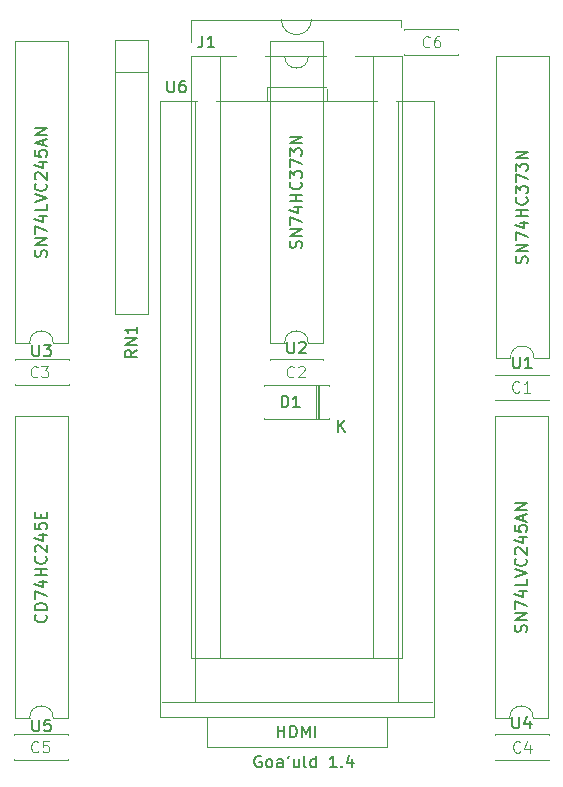
<source format=gto>
G04 #@! TF.GenerationSoftware,KiCad,Pcbnew,(6.0.9)*
G04 #@! TF.CreationDate,2024-10-17T20:50:55+02:00*
G04 #@! TF.ProjectId,Sombrero_MSX_Goa'uld,536f6d62-7265-4726-9f5f-4d53585f476f,rev?*
G04 #@! TF.SameCoordinates,Original*
G04 #@! TF.FileFunction,Legend,Top*
G04 #@! TF.FilePolarity,Positive*
%FSLAX46Y46*%
G04 Gerber Fmt 4.6, Leading zero omitted, Abs format (unit mm)*
G04 Created by KiCad (PCBNEW (6.0.9)) date 2024-10-17 20:50:55*
%MOMM*%
%LPD*%
G01*
G04 APERTURE LIST*
%ADD10C,0.150000*%
%ADD11C,0.120000*%
%ADD12C,0.096520*%
%ADD13C,0.100000*%
%ADD14R,2.400000X1.600000*%
%ADD15O,2.400000X1.600000*%
%ADD16C,1.600000*%
%ADD17R,1.600000X1.600000*%
%ADD18O,1.600000X1.600000*%
%ADD19R,2.200000X2.200000*%
%ADD20O,2.200000X2.200000*%
G04 APERTURE END LIST*
D10*
X145724761Y-132532380D02*
X145724761Y-131532380D01*
X145724761Y-132008571D02*
X146296190Y-132008571D01*
X146296190Y-132532380D02*
X146296190Y-131532380D01*
X146772380Y-132532380D02*
X146772380Y-131532380D01*
X147010476Y-131532380D01*
X147153333Y-131580000D01*
X147248571Y-131675238D01*
X147296190Y-131770476D01*
X147343809Y-131960952D01*
X147343809Y-132103809D01*
X147296190Y-132294285D01*
X147248571Y-132389523D01*
X147153333Y-132484761D01*
X147010476Y-132532380D01*
X146772380Y-132532380D01*
X147772380Y-132532380D02*
X147772380Y-131532380D01*
X148105714Y-132246666D01*
X148439047Y-131532380D01*
X148439047Y-132532380D01*
X148915238Y-132532380D02*
X148915238Y-131532380D01*
X144335952Y-134120000D02*
X144240714Y-134072380D01*
X144097857Y-134072380D01*
X143955000Y-134120000D01*
X143859761Y-134215238D01*
X143812142Y-134310476D01*
X143764523Y-134500952D01*
X143764523Y-134643809D01*
X143812142Y-134834285D01*
X143859761Y-134929523D01*
X143955000Y-135024761D01*
X144097857Y-135072380D01*
X144193095Y-135072380D01*
X144335952Y-135024761D01*
X144383571Y-134977142D01*
X144383571Y-134643809D01*
X144193095Y-134643809D01*
X144955000Y-135072380D02*
X144859761Y-135024761D01*
X144812142Y-134977142D01*
X144764523Y-134881904D01*
X144764523Y-134596190D01*
X144812142Y-134500952D01*
X144859761Y-134453333D01*
X144955000Y-134405714D01*
X145097857Y-134405714D01*
X145193095Y-134453333D01*
X145240714Y-134500952D01*
X145288333Y-134596190D01*
X145288333Y-134881904D01*
X145240714Y-134977142D01*
X145193095Y-135024761D01*
X145097857Y-135072380D01*
X144955000Y-135072380D01*
X146145476Y-135072380D02*
X146145476Y-134548571D01*
X146097857Y-134453333D01*
X146002619Y-134405714D01*
X145812142Y-134405714D01*
X145716904Y-134453333D01*
X146145476Y-135024761D02*
X146050238Y-135072380D01*
X145812142Y-135072380D01*
X145716904Y-135024761D01*
X145669285Y-134929523D01*
X145669285Y-134834285D01*
X145716904Y-134739047D01*
X145812142Y-134691428D01*
X146050238Y-134691428D01*
X146145476Y-134643809D01*
X146669285Y-134072380D02*
X146574047Y-134262857D01*
X147526428Y-134405714D02*
X147526428Y-135072380D01*
X147097857Y-134405714D02*
X147097857Y-134929523D01*
X147145476Y-135024761D01*
X147240714Y-135072380D01*
X147383571Y-135072380D01*
X147478809Y-135024761D01*
X147526428Y-134977142D01*
X148145476Y-135072380D02*
X148050238Y-135024761D01*
X148002619Y-134929523D01*
X148002619Y-134072380D01*
X148955000Y-135072380D02*
X148955000Y-134072380D01*
X148955000Y-135024761D02*
X148859761Y-135072380D01*
X148669285Y-135072380D01*
X148574047Y-135024761D01*
X148526428Y-134977142D01*
X148478809Y-134881904D01*
X148478809Y-134596190D01*
X148526428Y-134500952D01*
X148574047Y-134453333D01*
X148669285Y-134405714D01*
X148859761Y-134405714D01*
X148955000Y-134453333D01*
X150716904Y-135072380D02*
X150145476Y-135072380D01*
X150431190Y-135072380D02*
X150431190Y-134072380D01*
X150335952Y-134215238D01*
X150240714Y-134310476D01*
X150145476Y-134358095D01*
X151145476Y-134977142D02*
X151193095Y-135024761D01*
X151145476Y-135072380D01*
X151097857Y-135024761D01*
X151145476Y-134977142D01*
X151145476Y-135072380D01*
X152050238Y-134405714D02*
X152050238Y-135072380D01*
X151812142Y-134024761D02*
X151574047Y-134739047D01*
X152193095Y-134739047D01*
D11*
X138430000Y-71755000D02*
X138430000Y-73660000D01*
X138430000Y-71755000D02*
X156210000Y-71755000D01*
X146050000Y-71755000D02*
G75*
G03*
X148590000Y-71755000I1270000J0D01*
G01*
X156210000Y-71755000D02*
X156210000Y-72390000D01*
D10*
X165673095Y-100300380D02*
X165673095Y-101109904D01*
X165720714Y-101205142D01*
X165768333Y-101252761D01*
X165863571Y-101300380D01*
X166054047Y-101300380D01*
X166149285Y-101252761D01*
X166196904Y-101205142D01*
X166244523Y-101109904D01*
X166244523Y-100300380D01*
X167244523Y-101300380D02*
X166673095Y-101300380D01*
X166958809Y-101300380D02*
X166958809Y-100300380D01*
X166863571Y-100443238D01*
X166768333Y-100538476D01*
X166673095Y-100586095D01*
X166839761Y-92378095D02*
X166887380Y-92235238D01*
X166887380Y-91997142D01*
X166839761Y-91901904D01*
X166792142Y-91854285D01*
X166696904Y-91806666D01*
X166601666Y-91806666D01*
X166506428Y-91854285D01*
X166458809Y-91901904D01*
X166411190Y-91997142D01*
X166363571Y-92187619D01*
X166315952Y-92282857D01*
X166268333Y-92330476D01*
X166173095Y-92378095D01*
X166077857Y-92378095D01*
X165982619Y-92330476D01*
X165935000Y-92282857D01*
X165887380Y-92187619D01*
X165887380Y-91949523D01*
X165935000Y-91806666D01*
X166887380Y-91378095D02*
X165887380Y-91378095D01*
X166887380Y-90806666D01*
X165887380Y-90806666D01*
X165887380Y-90425714D02*
X165887380Y-89759047D01*
X166887380Y-90187619D01*
X166220714Y-88949523D02*
X166887380Y-88949523D01*
X165839761Y-89187619D02*
X166554047Y-89425714D01*
X166554047Y-88806666D01*
X166887380Y-88425714D02*
X165887380Y-88425714D01*
X166363571Y-88425714D02*
X166363571Y-87854285D01*
X166887380Y-87854285D02*
X165887380Y-87854285D01*
X166792142Y-86806666D02*
X166839761Y-86854285D01*
X166887380Y-86997142D01*
X166887380Y-87092380D01*
X166839761Y-87235238D01*
X166744523Y-87330476D01*
X166649285Y-87378095D01*
X166458809Y-87425714D01*
X166315952Y-87425714D01*
X166125476Y-87378095D01*
X166030238Y-87330476D01*
X165935000Y-87235238D01*
X165887380Y-87092380D01*
X165887380Y-86997142D01*
X165935000Y-86854285D01*
X165982619Y-86806666D01*
X165887380Y-86473333D02*
X165887380Y-85854285D01*
X166268333Y-86187619D01*
X166268333Y-86044761D01*
X166315952Y-85949523D01*
X166363571Y-85901904D01*
X166458809Y-85854285D01*
X166696904Y-85854285D01*
X166792142Y-85901904D01*
X166839761Y-85949523D01*
X166887380Y-86044761D01*
X166887380Y-86330476D01*
X166839761Y-86425714D01*
X166792142Y-86473333D01*
X165887380Y-85520952D02*
X165887380Y-84854285D01*
X166887380Y-85282857D01*
X165887380Y-84568571D02*
X165887380Y-83949523D01*
X166268333Y-84282857D01*
X166268333Y-84140000D01*
X166315952Y-84044761D01*
X166363571Y-83997142D01*
X166458809Y-83949523D01*
X166696904Y-83949523D01*
X166792142Y-83997142D01*
X166839761Y-84044761D01*
X166887380Y-84140000D01*
X166887380Y-84425714D01*
X166839761Y-84520952D01*
X166792142Y-84568571D01*
X166887380Y-83520952D02*
X165887380Y-83520952D01*
X166887380Y-82949523D01*
X165887380Y-82949523D01*
X136398095Y-76922380D02*
X136398095Y-77731904D01*
X136445714Y-77827142D01*
X136493333Y-77874761D01*
X136588571Y-77922380D01*
X136779047Y-77922380D01*
X136874285Y-77874761D01*
X136921904Y-77827142D01*
X136969523Y-77731904D01*
X136969523Y-76922380D01*
X137874285Y-76922380D02*
X137683809Y-76922380D01*
X137588571Y-76970000D01*
X137540952Y-77017619D01*
X137445714Y-77160476D01*
X137398095Y-77350952D01*
X137398095Y-77731904D01*
X137445714Y-77827142D01*
X137493333Y-77874761D01*
X137588571Y-77922380D01*
X137779047Y-77922380D01*
X137874285Y-77874761D01*
X137921904Y-77827142D01*
X137969523Y-77731904D01*
X137969523Y-77493809D01*
X137921904Y-77398571D01*
X137874285Y-77350952D01*
X137779047Y-77303333D01*
X137588571Y-77303333D01*
X137493333Y-77350952D01*
X137445714Y-77398571D01*
X137398095Y-77493809D01*
X124968095Y-131024380D02*
X124968095Y-131833904D01*
X125015714Y-131929142D01*
X125063333Y-131976761D01*
X125158571Y-132024380D01*
X125349047Y-132024380D01*
X125444285Y-131976761D01*
X125491904Y-131929142D01*
X125539523Y-131833904D01*
X125539523Y-131024380D01*
X126491904Y-131024380D02*
X126015714Y-131024380D01*
X125968095Y-131500571D01*
X126015714Y-131452952D01*
X126110952Y-131405333D01*
X126349047Y-131405333D01*
X126444285Y-131452952D01*
X126491904Y-131500571D01*
X126539523Y-131595809D01*
X126539523Y-131833904D01*
X126491904Y-131929142D01*
X126444285Y-131976761D01*
X126349047Y-132024380D01*
X126110952Y-132024380D01*
X126015714Y-131976761D01*
X125968095Y-131929142D01*
X126087142Y-122157619D02*
X126134761Y-122205238D01*
X126182380Y-122348095D01*
X126182380Y-122443333D01*
X126134761Y-122586190D01*
X126039523Y-122681428D01*
X125944285Y-122729047D01*
X125753809Y-122776666D01*
X125610952Y-122776666D01*
X125420476Y-122729047D01*
X125325238Y-122681428D01*
X125230000Y-122586190D01*
X125182380Y-122443333D01*
X125182380Y-122348095D01*
X125230000Y-122205238D01*
X125277619Y-122157619D01*
X126182380Y-121729047D02*
X125182380Y-121729047D01*
X125182380Y-121490952D01*
X125230000Y-121348095D01*
X125325238Y-121252857D01*
X125420476Y-121205238D01*
X125610952Y-121157619D01*
X125753809Y-121157619D01*
X125944285Y-121205238D01*
X126039523Y-121252857D01*
X126134761Y-121348095D01*
X126182380Y-121490952D01*
X126182380Y-121729047D01*
X125182380Y-120824285D02*
X125182380Y-120157619D01*
X126182380Y-120586190D01*
X125515714Y-119348095D02*
X126182380Y-119348095D01*
X125134761Y-119586190D02*
X125849047Y-119824285D01*
X125849047Y-119205238D01*
X126182380Y-118824285D02*
X125182380Y-118824285D01*
X125658571Y-118824285D02*
X125658571Y-118252857D01*
X126182380Y-118252857D02*
X125182380Y-118252857D01*
X126087142Y-117205238D02*
X126134761Y-117252857D01*
X126182380Y-117395714D01*
X126182380Y-117490952D01*
X126134761Y-117633809D01*
X126039523Y-117729047D01*
X125944285Y-117776666D01*
X125753809Y-117824285D01*
X125610952Y-117824285D01*
X125420476Y-117776666D01*
X125325238Y-117729047D01*
X125230000Y-117633809D01*
X125182380Y-117490952D01*
X125182380Y-117395714D01*
X125230000Y-117252857D01*
X125277619Y-117205238D01*
X125277619Y-116824285D02*
X125230000Y-116776666D01*
X125182380Y-116681428D01*
X125182380Y-116443333D01*
X125230000Y-116348095D01*
X125277619Y-116300476D01*
X125372857Y-116252857D01*
X125468095Y-116252857D01*
X125610952Y-116300476D01*
X126182380Y-116871904D01*
X126182380Y-116252857D01*
X125515714Y-115395714D02*
X126182380Y-115395714D01*
X125134761Y-115633809D02*
X125849047Y-115871904D01*
X125849047Y-115252857D01*
X125182380Y-114395714D02*
X125182380Y-114871904D01*
X125658571Y-114919523D01*
X125610952Y-114871904D01*
X125563333Y-114776666D01*
X125563333Y-114538571D01*
X125610952Y-114443333D01*
X125658571Y-114395714D01*
X125753809Y-114348095D01*
X125991904Y-114348095D01*
X126087142Y-114395714D01*
X126134761Y-114443333D01*
X126182380Y-114538571D01*
X126182380Y-114776666D01*
X126134761Y-114871904D01*
X126087142Y-114919523D01*
X125658571Y-113919523D02*
X125658571Y-113586190D01*
X126182380Y-113443333D02*
X126182380Y-113919523D01*
X125182380Y-113919523D01*
X125182380Y-113443333D01*
X124968095Y-99274380D02*
X124968095Y-100083904D01*
X125015714Y-100179142D01*
X125063333Y-100226761D01*
X125158571Y-100274380D01*
X125349047Y-100274380D01*
X125444285Y-100226761D01*
X125491904Y-100179142D01*
X125539523Y-100083904D01*
X125539523Y-99274380D01*
X125920476Y-99274380D02*
X126539523Y-99274380D01*
X126206190Y-99655333D01*
X126349047Y-99655333D01*
X126444285Y-99702952D01*
X126491904Y-99750571D01*
X126539523Y-99845809D01*
X126539523Y-100083904D01*
X126491904Y-100179142D01*
X126444285Y-100226761D01*
X126349047Y-100274380D01*
X126063333Y-100274380D01*
X125968095Y-100226761D01*
X125920476Y-100179142D01*
X126134761Y-91836190D02*
X126182380Y-91693333D01*
X126182380Y-91455238D01*
X126134761Y-91360000D01*
X126087142Y-91312380D01*
X125991904Y-91264761D01*
X125896666Y-91264761D01*
X125801428Y-91312380D01*
X125753809Y-91360000D01*
X125706190Y-91455238D01*
X125658571Y-91645714D01*
X125610952Y-91740952D01*
X125563333Y-91788571D01*
X125468095Y-91836190D01*
X125372857Y-91836190D01*
X125277619Y-91788571D01*
X125230000Y-91740952D01*
X125182380Y-91645714D01*
X125182380Y-91407619D01*
X125230000Y-91264761D01*
X126182380Y-90836190D02*
X125182380Y-90836190D01*
X126182380Y-90264761D01*
X125182380Y-90264761D01*
X125182380Y-89883809D02*
X125182380Y-89217142D01*
X126182380Y-89645714D01*
X125515714Y-88407619D02*
X126182380Y-88407619D01*
X125134761Y-88645714D02*
X125849047Y-88883809D01*
X125849047Y-88264761D01*
X126182380Y-87407619D02*
X126182380Y-87883809D01*
X125182380Y-87883809D01*
X125182380Y-87217142D02*
X126182380Y-86883809D01*
X125182380Y-86550476D01*
X126087142Y-85645714D02*
X126134761Y-85693333D01*
X126182380Y-85836190D01*
X126182380Y-85931428D01*
X126134761Y-86074285D01*
X126039523Y-86169523D01*
X125944285Y-86217142D01*
X125753809Y-86264761D01*
X125610952Y-86264761D01*
X125420476Y-86217142D01*
X125325238Y-86169523D01*
X125230000Y-86074285D01*
X125182380Y-85931428D01*
X125182380Y-85836190D01*
X125230000Y-85693333D01*
X125277619Y-85645714D01*
X125277619Y-85264761D02*
X125230000Y-85217142D01*
X125182380Y-85121904D01*
X125182380Y-84883809D01*
X125230000Y-84788571D01*
X125277619Y-84740952D01*
X125372857Y-84693333D01*
X125468095Y-84693333D01*
X125610952Y-84740952D01*
X126182380Y-85312380D01*
X126182380Y-84693333D01*
X125515714Y-83836190D02*
X126182380Y-83836190D01*
X125134761Y-84074285D02*
X125849047Y-84312380D01*
X125849047Y-83693333D01*
X125182380Y-82836190D02*
X125182380Y-83312380D01*
X125658571Y-83360000D01*
X125610952Y-83312380D01*
X125563333Y-83217142D01*
X125563333Y-82979047D01*
X125610952Y-82883809D01*
X125658571Y-82836190D01*
X125753809Y-82788571D01*
X125991904Y-82788571D01*
X126087142Y-82836190D01*
X126134761Y-82883809D01*
X126182380Y-82979047D01*
X126182380Y-83217142D01*
X126134761Y-83312380D01*
X126087142Y-83360000D01*
X125896666Y-82407619D02*
X125896666Y-81931428D01*
X126182380Y-82502857D02*
X125182380Y-82169523D01*
X126182380Y-81836190D01*
X126182380Y-81502857D02*
X125182380Y-81502857D01*
X126182380Y-80931428D01*
X125182380Y-80931428D01*
D12*
X166263090Y-133725114D02*
X166217128Y-133771076D01*
X166079242Y-133817038D01*
X165987318Y-133817038D01*
X165849433Y-133771076D01*
X165757509Y-133679152D01*
X165711547Y-133587228D01*
X165665585Y-133403380D01*
X165665585Y-133265495D01*
X165711547Y-133081647D01*
X165757509Y-132989723D01*
X165849433Y-132897800D01*
X165987318Y-132851838D01*
X166079242Y-132851838D01*
X166217128Y-132897800D01*
X166263090Y-132943761D01*
X167090404Y-133173571D02*
X167090404Y-133817038D01*
X166860595Y-132805876D02*
X166630785Y-133495304D01*
X167228290Y-133495304D01*
D10*
X165608095Y-130775380D02*
X165608095Y-131584904D01*
X165655714Y-131680142D01*
X165703333Y-131727761D01*
X165798571Y-131775380D01*
X165989047Y-131775380D01*
X166084285Y-131727761D01*
X166131904Y-131680142D01*
X166179523Y-131584904D01*
X166179523Y-130775380D01*
X167084285Y-131108714D02*
X167084285Y-131775380D01*
X166846190Y-130727761D02*
X166608095Y-131442047D01*
X167227142Y-131442047D01*
X166774761Y-123591190D02*
X166822380Y-123448333D01*
X166822380Y-123210238D01*
X166774761Y-123115000D01*
X166727142Y-123067380D01*
X166631904Y-123019761D01*
X166536666Y-123019761D01*
X166441428Y-123067380D01*
X166393809Y-123115000D01*
X166346190Y-123210238D01*
X166298571Y-123400714D01*
X166250952Y-123495952D01*
X166203333Y-123543571D01*
X166108095Y-123591190D01*
X166012857Y-123591190D01*
X165917619Y-123543571D01*
X165870000Y-123495952D01*
X165822380Y-123400714D01*
X165822380Y-123162619D01*
X165870000Y-123019761D01*
X166822380Y-122591190D02*
X165822380Y-122591190D01*
X166822380Y-122019761D01*
X165822380Y-122019761D01*
X165822380Y-121638809D02*
X165822380Y-120972142D01*
X166822380Y-121400714D01*
X166155714Y-120162619D02*
X166822380Y-120162619D01*
X165774761Y-120400714D02*
X166489047Y-120638809D01*
X166489047Y-120019761D01*
X166822380Y-119162619D02*
X166822380Y-119638809D01*
X165822380Y-119638809D01*
X165822380Y-118972142D02*
X166822380Y-118638809D01*
X165822380Y-118305476D01*
X166727142Y-117400714D02*
X166774761Y-117448333D01*
X166822380Y-117591190D01*
X166822380Y-117686428D01*
X166774761Y-117829285D01*
X166679523Y-117924523D01*
X166584285Y-117972142D01*
X166393809Y-118019761D01*
X166250952Y-118019761D01*
X166060476Y-117972142D01*
X165965238Y-117924523D01*
X165870000Y-117829285D01*
X165822380Y-117686428D01*
X165822380Y-117591190D01*
X165870000Y-117448333D01*
X165917619Y-117400714D01*
X165917619Y-117019761D02*
X165870000Y-116972142D01*
X165822380Y-116876904D01*
X165822380Y-116638809D01*
X165870000Y-116543571D01*
X165917619Y-116495952D01*
X166012857Y-116448333D01*
X166108095Y-116448333D01*
X166250952Y-116495952D01*
X166822380Y-117067380D01*
X166822380Y-116448333D01*
X166155714Y-115591190D02*
X166822380Y-115591190D01*
X165774761Y-115829285D02*
X166489047Y-116067380D01*
X166489047Y-115448333D01*
X165822380Y-114591190D02*
X165822380Y-115067380D01*
X166298571Y-115115000D01*
X166250952Y-115067380D01*
X166203333Y-114972142D01*
X166203333Y-114734047D01*
X166250952Y-114638809D01*
X166298571Y-114591190D01*
X166393809Y-114543571D01*
X166631904Y-114543571D01*
X166727142Y-114591190D01*
X166774761Y-114638809D01*
X166822380Y-114734047D01*
X166822380Y-114972142D01*
X166774761Y-115067380D01*
X166727142Y-115115000D01*
X166536666Y-114162619D02*
X166536666Y-113686428D01*
X166822380Y-114257857D02*
X165822380Y-113924523D01*
X166822380Y-113591190D01*
X166822380Y-113257857D02*
X165822380Y-113257857D01*
X166822380Y-112686428D01*
X165822380Y-112686428D01*
D12*
X158600176Y-74030114D02*
X158554214Y-74076076D01*
X158416328Y-74122038D01*
X158324404Y-74122038D01*
X158186519Y-74076076D01*
X158094595Y-73984152D01*
X158048633Y-73892228D01*
X158002671Y-73708380D01*
X158002671Y-73570495D01*
X158048633Y-73386647D01*
X158094595Y-73294723D01*
X158186519Y-73202800D01*
X158324404Y-73156838D01*
X158416328Y-73156838D01*
X158554214Y-73202800D01*
X158600176Y-73248761D01*
X159427490Y-73156838D02*
X159243642Y-73156838D01*
X159151719Y-73202800D01*
X159105757Y-73248761D01*
X159013833Y-73386647D01*
X158967871Y-73570495D01*
X158967871Y-73938190D01*
X159013833Y-74030114D01*
X159059795Y-74076076D01*
X159151719Y-74122038D01*
X159335566Y-74122038D01*
X159427490Y-74076076D01*
X159473452Y-74030114D01*
X159519414Y-73938190D01*
X159519414Y-73708380D01*
X159473452Y-73616457D01*
X159427490Y-73570495D01*
X159335566Y-73524533D01*
X159151719Y-73524533D01*
X159059795Y-73570495D01*
X159013833Y-73616457D01*
X158967871Y-73708380D01*
D10*
X133802380Y-99750476D02*
X133326190Y-100083809D01*
X133802380Y-100321904D02*
X132802380Y-100321904D01*
X132802380Y-99940952D01*
X132850000Y-99845714D01*
X132897619Y-99798095D01*
X132992857Y-99750476D01*
X133135714Y-99750476D01*
X133230952Y-99798095D01*
X133278571Y-99845714D01*
X133326190Y-99940952D01*
X133326190Y-100321904D01*
X133802380Y-99321904D02*
X132802380Y-99321904D01*
X133802380Y-98750476D01*
X132802380Y-98750476D01*
X133802380Y-97750476D02*
X133802380Y-98321904D01*
X133802380Y-98036190D02*
X132802380Y-98036190D01*
X132945238Y-98131428D01*
X133040476Y-98226666D01*
X133088095Y-98321904D01*
X146073904Y-104592380D02*
X146073904Y-103592380D01*
X146312000Y-103592380D01*
X146454857Y-103640000D01*
X146550095Y-103735238D01*
X146597714Y-103830476D01*
X146645333Y-104020952D01*
X146645333Y-104163809D01*
X146597714Y-104354285D01*
X146550095Y-104449523D01*
X146454857Y-104544761D01*
X146312000Y-104592380D01*
X146073904Y-104592380D01*
X147597714Y-104592380D02*
X147026285Y-104592380D01*
X147312000Y-104592380D02*
X147312000Y-103592380D01*
X147216761Y-103735238D01*
X147121523Y-103830476D01*
X147026285Y-103878095D01*
X150868095Y-106692380D02*
X150868095Y-105692380D01*
X151439523Y-106692380D02*
X151010952Y-106120952D01*
X151439523Y-105692380D02*
X150868095Y-106263809D01*
D12*
X125473496Y-133720114D02*
X125427534Y-133766076D01*
X125289648Y-133812038D01*
X125197724Y-133812038D01*
X125059839Y-133766076D01*
X124967915Y-133674152D01*
X124921953Y-133582228D01*
X124875991Y-133398380D01*
X124875991Y-133260495D01*
X124921953Y-133076647D01*
X124967915Y-132984723D01*
X125059839Y-132892800D01*
X125197724Y-132846838D01*
X125289648Y-132846838D01*
X125427534Y-132892800D01*
X125473496Y-132938761D01*
X126346772Y-132846838D02*
X125887153Y-132846838D01*
X125841191Y-133306457D01*
X125887153Y-133260495D01*
X125979077Y-133214533D01*
X126208886Y-133214533D01*
X126300810Y-133260495D01*
X126346772Y-133306457D01*
X126392734Y-133398380D01*
X126392734Y-133628190D01*
X126346772Y-133720114D01*
X126300810Y-133766076D01*
X126208886Y-133812038D01*
X125979077Y-133812038D01*
X125887153Y-133766076D01*
X125841191Y-133720114D01*
X125406176Y-101970114D02*
X125360214Y-102016076D01*
X125222328Y-102062038D01*
X125130404Y-102062038D01*
X124992519Y-102016076D01*
X124900595Y-101924152D01*
X124854633Y-101832228D01*
X124808671Y-101648380D01*
X124808671Y-101510495D01*
X124854633Y-101326647D01*
X124900595Y-101234723D01*
X124992519Y-101142800D01*
X125130404Y-101096838D01*
X125222328Y-101096838D01*
X125360214Y-101142800D01*
X125406176Y-101188761D01*
X125727909Y-101096838D02*
X126325414Y-101096838D01*
X126003681Y-101464533D01*
X126141566Y-101464533D01*
X126233490Y-101510495D01*
X126279452Y-101556457D01*
X126325414Y-101648380D01*
X126325414Y-101878190D01*
X126279452Y-101970114D01*
X126233490Y-102016076D01*
X126141566Y-102062038D01*
X125865795Y-102062038D01*
X125773871Y-102016076D01*
X125727909Y-101970114D01*
D10*
X139366666Y-73112380D02*
X139366666Y-73826666D01*
X139319047Y-73969523D01*
X139223809Y-74064761D01*
X139080952Y-74112380D01*
X138985714Y-74112380D01*
X140366666Y-74112380D02*
X139795238Y-74112380D01*
X140080952Y-74112380D02*
X140080952Y-73112380D01*
X139985714Y-73255238D01*
X139890476Y-73350476D01*
X139795238Y-73398095D01*
D12*
X166188496Y-103245114D02*
X166142534Y-103291076D01*
X166004648Y-103337038D01*
X165912724Y-103337038D01*
X165774839Y-103291076D01*
X165682915Y-103199152D01*
X165636953Y-103107228D01*
X165590991Y-102923380D01*
X165590991Y-102785495D01*
X165636953Y-102601647D01*
X165682915Y-102509723D01*
X165774839Y-102417800D01*
X165912724Y-102371838D01*
X166004648Y-102371838D01*
X166142534Y-102417800D01*
X166188496Y-102463761D01*
X167107734Y-103337038D02*
X166556191Y-103337038D01*
X166831962Y-103337038D02*
X166831962Y-102371838D01*
X166740039Y-102509723D01*
X166648115Y-102601647D01*
X166556191Y-102647609D01*
X147103496Y-101970114D02*
X147057534Y-102016076D01*
X146919648Y-102062038D01*
X146827724Y-102062038D01*
X146689839Y-102016076D01*
X146597915Y-101924152D01*
X146551953Y-101832228D01*
X146505991Y-101648380D01*
X146505991Y-101510495D01*
X146551953Y-101326647D01*
X146597915Y-101234723D01*
X146689839Y-101142800D01*
X146827724Y-101096838D01*
X146919648Y-101096838D01*
X147057534Y-101142800D01*
X147103496Y-101188761D01*
X147471191Y-101188761D02*
X147517153Y-101142800D01*
X147609077Y-101096838D01*
X147838886Y-101096838D01*
X147930810Y-101142800D01*
X147976772Y-101188761D01*
X148022734Y-101280685D01*
X148022734Y-101372609D01*
X147976772Y-101510495D01*
X147425229Y-102062038D01*
X148022734Y-102062038D01*
D10*
X146558095Y-99020380D02*
X146558095Y-99829904D01*
X146605714Y-99925142D01*
X146653333Y-99972761D01*
X146748571Y-100020380D01*
X146939047Y-100020380D01*
X147034285Y-99972761D01*
X147081904Y-99925142D01*
X147129523Y-99829904D01*
X147129523Y-99020380D01*
X147558095Y-99115619D02*
X147605714Y-99068000D01*
X147700952Y-99020380D01*
X147939047Y-99020380D01*
X148034285Y-99068000D01*
X148081904Y-99115619D01*
X148129523Y-99210857D01*
X148129523Y-99306095D01*
X148081904Y-99448952D01*
X147510476Y-100020380D01*
X148129523Y-100020380D01*
X147724761Y-91098095D02*
X147772380Y-90955238D01*
X147772380Y-90717142D01*
X147724761Y-90621904D01*
X147677142Y-90574285D01*
X147581904Y-90526666D01*
X147486666Y-90526666D01*
X147391428Y-90574285D01*
X147343809Y-90621904D01*
X147296190Y-90717142D01*
X147248571Y-90907619D01*
X147200952Y-91002857D01*
X147153333Y-91050476D01*
X147058095Y-91098095D01*
X146962857Y-91098095D01*
X146867619Y-91050476D01*
X146820000Y-91002857D01*
X146772380Y-90907619D01*
X146772380Y-90669523D01*
X146820000Y-90526666D01*
X147772380Y-90098095D02*
X146772380Y-90098095D01*
X147772380Y-89526666D01*
X146772380Y-89526666D01*
X146772380Y-89145714D02*
X146772380Y-88479047D01*
X147772380Y-88907619D01*
X147105714Y-87669523D02*
X147772380Y-87669523D01*
X146724761Y-87907619D02*
X147439047Y-88145714D01*
X147439047Y-87526666D01*
X147772380Y-87145714D02*
X146772380Y-87145714D01*
X147248571Y-87145714D02*
X147248571Y-86574285D01*
X147772380Y-86574285D02*
X146772380Y-86574285D01*
X147677142Y-85526666D02*
X147724761Y-85574285D01*
X147772380Y-85717142D01*
X147772380Y-85812380D01*
X147724761Y-85955238D01*
X147629523Y-86050476D01*
X147534285Y-86098095D01*
X147343809Y-86145714D01*
X147200952Y-86145714D01*
X147010476Y-86098095D01*
X146915238Y-86050476D01*
X146820000Y-85955238D01*
X146772380Y-85812380D01*
X146772380Y-85717142D01*
X146820000Y-85574285D01*
X146867619Y-85526666D01*
X146772380Y-85193333D02*
X146772380Y-84574285D01*
X147153333Y-84907619D01*
X147153333Y-84764761D01*
X147200952Y-84669523D01*
X147248571Y-84621904D01*
X147343809Y-84574285D01*
X147581904Y-84574285D01*
X147677142Y-84621904D01*
X147724761Y-84669523D01*
X147772380Y-84764761D01*
X147772380Y-85050476D01*
X147724761Y-85145714D01*
X147677142Y-85193333D01*
X146772380Y-84240952D02*
X146772380Y-83574285D01*
X147772380Y-84002857D01*
X146772380Y-83288571D02*
X146772380Y-82669523D01*
X147153333Y-83002857D01*
X147153333Y-82860000D01*
X147200952Y-82764761D01*
X147248571Y-82717142D01*
X147343809Y-82669523D01*
X147581904Y-82669523D01*
X147677142Y-82717142D01*
X147724761Y-82764761D01*
X147772380Y-82860000D01*
X147772380Y-83145714D01*
X147724761Y-83240952D01*
X147677142Y-83288571D01*
X147772380Y-82240952D02*
X146772380Y-82240952D01*
X147772380Y-81669523D01*
X146772380Y-81669523D01*
D11*
X168685000Y-100395000D02*
X168685000Y-74875000D01*
X164185000Y-100395000D02*
X165435000Y-100395000D01*
X164185000Y-74875000D02*
X164185000Y-100395000D01*
X167435000Y-100395000D02*
X168685000Y-100395000D01*
X168685000Y-74875000D02*
X164185000Y-74875000D01*
X167435000Y-100395000D02*
G75*
G03*
X165435000Y-100395000I-1000000J0D01*
G01*
X154955000Y-133345000D02*
X154955000Y-130805000D01*
D13*
X135905000Y-129535000D02*
X158765000Y-129535000D01*
D11*
X138735000Y-78675000D02*
X138735000Y-129535000D01*
X144795000Y-78675000D02*
X144795000Y-77465000D01*
X139715000Y-133345000D02*
X154955000Y-133345000D01*
X144795000Y-77465000D02*
X149875000Y-77465000D01*
X155935000Y-78675000D02*
X150875000Y-78675000D01*
X139715000Y-130805000D02*
X139715000Y-133345000D01*
X135735000Y-130805000D02*
X158935000Y-130805000D01*
X149875000Y-77465000D02*
X149875000Y-78608000D01*
X153685000Y-78675000D02*
X138735000Y-78675000D01*
X135735000Y-78615000D02*
X135735000Y-130805000D01*
X158935000Y-78615000D02*
X135735000Y-78615000D01*
X155935000Y-129535000D02*
X155935000Y-78675000D01*
X158935000Y-130805000D02*
X158935000Y-78615000D01*
X126730000Y-130870000D02*
X127980000Y-130870000D01*
X127980000Y-105350000D02*
X123480000Y-105350000D01*
X127980000Y-130870000D02*
X127980000Y-105350000D01*
X123480000Y-130870000D02*
X124730000Y-130870000D01*
X123480000Y-105350000D02*
X123480000Y-130870000D01*
X126730000Y-130870000D02*
G75*
G03*
X124730000Y-130870000I-1000000J0D01*
G01*
X126730000Y-99120000D02*
X127980000Y-99120000D01*
X127980000Y-99120000D02*
X127980000Y-73600000D01*
X123480000Y-73600000D02*
X123480000Y-99120000D01*
X123480000Y-99120000D02*
X124730000Y-99120000D01*
X127980000Y-73600000D02*
X123480000Y-73600000D01*
X126730000Y-99120000D02*
G75*
G03*
X124730000Y-99120000I-1000000J0D01*
G01*
X164125000Y-132285000D02*
X168665000Y-132285000D01*
X168665000Y-134410000D02*
X168665000Y-134425000D01*
X164125000Y-132285000D02*
X164125000Y-132300000D01*
X168665000Y-132285000D02*
X168665000Y-132300000D01*
X164125000Y-134410000D02*
X164125000Y-134425000D01*
X164125000Y-134425000D02*
X168665000Y-134425000D01*
X168620000Y-130870000D02*
X168620000Y-105350000D01*
X168620000Y-105350000D02*
X164120000Y-105350000D01*
X164120000Y-130870000D02*
X165370000Y-130870000D01*
X164120000Y-105350000D02*
X164120000Y-130870000D01*
X167370000Y-130870000D02*
X168620000Y-130870000D01*
X167370000Y-130870000D02*
G75*
G03*
X165370000Y-130870000I-1000000J0D01*
G01*
X156440000Y-74730000D02*
X160980000Y-74730000D01*
X160980000Y-72590000D02*
X160980000Y-72605000D01*
X156440000Y-74715000D02*
X156440000Y-74730000D01*
X156440000Y-72590000D02*
X160980000Y-72590000D01*
X160980000Y-74715000D02*
X160980000Y-74730000D01*
X156440000Y-72590000D02*
X156440000Y-72605000D01*
X131950000Y-96690000D02*
X134750000Y-96690000D01*
X134750000Y-96690000D02*
X134750000Y-73490000D01*
X134750000Y-73490000D02*
X131950000Y-73490000D01*
X131950000Y-73490000D02*
X131950000Y-96690000D01*
X134750000Y-76200000D02*
X131950000Y-76200000D01*
X150040000Y-102800000D02*
X150040000Y-102670000D01*
X150040000Y-105610000D02*
X144600000Y-105610000D01*
X144600000Y-102670000D02*
X144600000Y-102800000D01*
X150040000Y-102670000D02*
X144600000Y-102670000D01*
X144600000Y-105610000D02*
X144600000Y-105480000D01*
X149140000Y-105610000D02*
X149140000Y-102670000D01*
X149260000Y-105610000D02*
X149260000Y-102670000D01*
X150040000Y-105480000D02*
X150040000Y-105610000D01*
X149020000Y-105610000D02*
X149020000Y-102670000D01*
X123420000Y-132280000D02*
X127960000Y-132280000D01*
X123420000Y-134405000D02*
X123420000Y-134420000D01*
X127960000Y-132280000D02*
X127960000Y-132295000D01*
X123420000Y-132280000D02*
X123420000Y-132295000D01*
X123420000Y-134420000D02*
X127960000Y-134420000D01*
X127960000Y-134405000D02*
X127960000Y-134420000D01*
X128040000Y-100530000D02*
X128040000Y-100545000D01*
X123500000Y-100530000D02*
X123500000Y-100545000D01*
X123500000Y-100530000D02*
X128040000Y-100530000D01*
X123500000Y-102670000D02*
X128040000Y-102670000D01*
X128040000Y-102655000D02*
X128040000Y-102670000D01*
X123500000Y-102655000D02*
X123500000Y-102670000D01*
X140870000Y-125790000D02*
X153790000Y-125790000D01*
X153790000Y-74870000D02*
X148330000Y-74870000D01*
X138380000Y-125850000D02*
X156280000Y-125850000D01*
X138380000Y-74810000D02*
X138380000Y-125850000D01*
X156280000Y-74810000D02*
X138380000Y-74810000D01*
X156280000Y-125850000D02*
X156280000Y-74810000D01*
X153790000Y-125790000D02*
X153790000Y-74870000D01*
X140870000Y-74870000D02*
X140870000Y-125790000D01*
X146330000Y-74870000D02*
X140870000Y-74870000D01*
X146330000Y-74870000D02*
G75*
G03*
X148330000Y-74870000I1000000J0D01*
G01*
X164135000Y-101810000D02*
X168675000Y-101810000D01*
X164135000Y-103935000D02*
X164135000Y-103950000D01*
X168675000Y-101810000D02*
X168675000Y-101825000D01*
X168675000Y-103935000D02*
X168675000Y-103950000D01*
X164135000Y-103950000D02*
X168675000Y-103950000D01*
X164135000Y-101810000D02*
X164135000Y-101825000D01*
X145050000Y-102675000D02*
X149590000Y-102675000D01*
X145050000Y-100535000D02*
X145050000Y-100550000D01*
X149590000Y-102660000D02*
X149590000Y-102675000D01*
X145050000Y-100535000D02*
X149590000Y-100535000D01*
X149590000Y-100535000D02*
X149590000Y-100550000D01*
X145050000Y-102660000D02*
X145050000Y-102675000D01*
X149570000Y-99120000D02*
X149570000Y-73600000D01*
X148320000Y-99120000D02*
X149570000Y-99120000D01*
X149570000Y-73600000D02*
X145070000Y-73600000D01*
X145070000Y-73600000D02*
X145070000Y-99120000D01*
X145070000Y-99120000D02*
X146320000Y-99120000D01*
X148320000Y-99120000D02*
G75*
G03*
X146320000Y-99120000I-1000000J0D01*
G01*
%LPC*%
D14*
X170245000Y-99065000D03*
D15*
X170245000Y-96525000D03*
X170245000Y-93985000D03*
X170245000Y-91445000D03*
X170245000Y-88905000D03*
X170245000Y-86365000D03*
X170245000Y-83825000D03*
X170245000Y-81285000D03*
X170245000Y-78745000D03*
X170245000Y-76205000D03*
X162625000Y-76205000D03*
X162625000Y-78745000D03*
X162625000Y-81285000D03*
X162625000Y-83825000D03*
X162625000Y-86365000D03*
X162625000Y-88905000D03*
X162625000Y-91445000D03*
X162625000Y-93985000D03*
X162625000Y-96525000D03*
X162625000Y-99065000D03*
D14*
X137175000Y-80005000D03*
D15*
X137175000Y-82545000D03*
X137175000Y-85085000D03*
X137175000Y-87625000D03*
X137175000Y-90165000D03*
X137175000Y-92705000D03*
X137175000Y-95245000D03*
X137175000Y-97785000D03*
X137175000Y-100325000D03*
X137175000Y-102865000D03*
X137175000Y-105405000D03*
X137175000Y-107945000D03*
X137175000Y-110485000D03*
X137175000Y-113025000D03*
X137175000Y-115565000D03*
X137175000Y-118105000D03*
X137175000Y-120645000D03*
X137175000Y-123185000D03*
X137175000Y-125725000D03*
X137175000Y-128265000D03*
X157495000Y-128265000D03*
X157495000Y-125725000D03*
X157495000Y-123185000D03*
X157495000Y-120645000D03*
X157495000Y-118105000D03*
X157495000Y-115565000D03*
X157495000Y-113025000D03*
X157495000Y-110485000D03*
X157495000Y-107945000D03*
X157495000Y-105405000D03*
X157495000Y-102865000D03*
X157495000Y-100325000D03*
X157495000Y-97785000D03*
X157495000Y-95245000D03*
X157495000Y-92705000D03*
X157495000Y-90165000D03*
X157495000Y-87625000D03*
X157495000Y-85085000D03*
X157495000Y-82545000D03*
X157495000Y-80005000D03*
D14*
X129540000Y-129540000D03*
D15*
X129540000Y-127000000D03*
X129540000Y-124460000D03*
X129540000Y-121920000D03*
X129540000Y-119380000D03*
X129540000Y-116840000D03*
X129540000Y-114300000D03*
X129540000Y-111760000D03*
X129540000Y-109220000D03*
X129540000Y-106680000D03*
X121920000Y-106680000D03*
X121920000Y-109220000D03*
X121920000Y-111760000D03*
X121920000Y-114300000D03*
X121920000Y-116840000D03*
X121920000Y-119380000D03*
X121920000Y-121920000D03*
X121920000Y-124460000D03*
X121920000Y-127000000D03*
X121920000Y-129540000D03*
D14*
X129540000Y-97790000D03*
D15*
X129540000Y-95250000D03*
X129540000Y-92710000D03*
X129540000Y-90170000D03*
X129540000Y-87630000D03*
X129540000Y-85090000D03*
X129540000Y-82550000D03*
X129540000Y-80010000D03*
X129540000Y-77470000D03*
X129540000Y-74930000D03*
X121920000Y-74930000D03*
X121920000Y-77470000D03*
X121920000Y-80010000D03*
X121920000Y-82550000D03*
X121920000Y-85090000D03*
X121920000Y-87630000D03*
X121920000Y-90170000D03*
X121920000Y-92710000D03*
X121920000Y-95250000D03*
X121920000Y-97790000D03*
D16*
X163895000Y-133355000D03*
X168895000Y-133355000D03*
D14*
X170180000Y-129540000D03*
D15*
X170180000Y-127000000D03*
X170180000Y-124460000D03*
X170180000Y-121920000D03*
X170180000Y-119380000D03*
X170180000Y-116840000D03*
X170180000Y-114300000D03*
X170180000Y-111760000D03*
X170180000Y-109220000D03*
X170180000Y-106680000D03*
X162560000Y-106680000D03*
X162560000Y-109220000D03*
X162560000Y-111760000D03*
X162560000Y-114300000D03*
X162560000Y-116840000D03*
X162560000Y-119380000D03*
X162560000Y-121920000D03*
X162560000Y-124460000D03*
X162560000Y-127000000D03*
X162560000Y-129540000D03*
D16*
X156210000Y-73660000D03*
X161210000Y-73660000D03*
D17*
X133350000Y-74930000D03*
D18*
X133350000Y-77470000D03*
X133350000Y-80010000D03*
X133350000Y-82550000D03*
X133350000Y-85090000D03*
X133350000Y-87630000D03*
X133350000Y-90170000D03*
X133350000Y-92710000D03*
X133350000Y-95250000D03*
D19*
X151130000Y-104140000D03*
D20*
X143510000Y-104140000D03*
D16*
X123190000Y-133350000D03*
X128190000Y-133350000D03*
X123270000Y-101600000D03*
X128270000Y-101600000D03*
D17*
X139710000Y-76200000D03*
D18*
X139710000Y-78740000D03*
X139710000Y-81280000D03*
X139710000Y-83820000D03*
X139710000Y-86360000D03*
X139710000Y-88900000D03*
X139710000Y-91440000D03*
X139710000Y-93980000D03*
X139710000Y-96520000D03*
X139710000Y-99060000D03*
X139710000Y-101600000D03*
X139710000Y-104140000D03*
X139710000Y-106680000D03*
X139710000Y-109220000D03*
X139710000Y-111760000D03*
X139710000Y-114300000D03*
X139710000Y-116840000D03*
X139710000Y-119380000D03*
X139710000Y-121920000D03*
X139710000Y-124460000D03*
X154950000Y-124460000D03*
X154950000Y-121920000D03*
X154950000Y-119380000D03*
X154950000Y-116840000D03*
X154950000Y-114300000D03*
X154950000Y-111760000D03*
X154950000Y-109220000D03*
X154950000Y-106680000D03*
X154950000Y-104140000D03*
X154950000Y-101600000D03*
X154950000Y-99060000D03*
X154950000Y-96520000D03*
X154950000Y-93980000D03*
X154950000Y-91440000D03*
X154950000Y-88900000D03*
X154950000Y-86360000D03*
X154950000Y-83820000D03*
X154950000Y-81280000D03*
X154950000Y-78740000D03*
X154950000Y-76200000D03*
D16*
X163905000Y-102880000D03*
X168905000Y-102880000D03*
X144820000Y-101605000D03*
X149820000Y-101605000D03*
D14*
X151130000Y-97790000D03*
D15*
X151130000Y-95250000D03*
X151130000Y-92710000D03*
X151130000Y-90170000D03*
X151130000Y-87630000D03*
X151130000Y-85090000D03*
X151130000Y-82550000D03*
X151130000Y-80010000D03*
X151130000Y-77470000D03*
X151130000Y-74930000D03*
X143510000Y-74930000D03*
X143510000Y-77470000D03*
X143510000Y-80010000D03*
X143510000Y-82550000D03*
X143510000Y-85090000D03*
X143510000Y-87630000D03*
X143510000Y-90170000D03*
X143510000Y-92710000D03*
X143510000Y-95250000D03*
X143510000Y-97790000D03*
M02*

</source>
